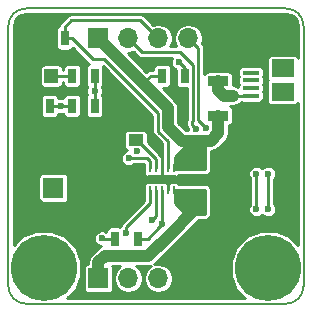
<source format=gbr>
G04 #@! TF.FileFunction,Copper,L1,Top,Signal*
%FSLAX46Y46*%
G04 Gerber Fmt 4.6, Leading zero omitted, Abs format (unit mm)*
G04 Created by KiCad (PCBNEW 4.0.5) date Sunday, 09. April 2017 'u43' 16:43:39*
%MOMM*%
%LPD*%
G01*
G04 APERTURE LIST*
%ADD10C,0.100000*%
%ADD11C,0.150000*%
%ADD12C,5.600000*%
%ADD13R,1.000000X1.600000*%
%ADD14R,1.250000X1.000000*%
%ADD15R,1.200000X1.200000*%
%ADD16C,1.450000*%
%ADD17R,1.350000X0.400000*%
%ADD18R,1.900000X1.500000*%
%ADD19O,1.900000X1.200000*%
%ADD20R,1.700000X1.700000*%
%ADD21O,1.700000X1.700000*%
%ADD22R,0.700000X1.300000*%
%ADD23R,0.250000X0.700000*%
%ADD24R,1.200000X0.640000*%
%ADD25R,1.700000X0.900000*%
%ADD26R,1.750000X1.750000*%
%ADD27C,1.750000*%
%ADD28C,0.600000*%
%ADD29C,0.250000*%
%ADD30C,1.000000*%
%ADD31C,0.254000*%
G04 APERTURE END LIST*
D10*
D11*
X113500000Y-135000000D02*
G75*
G03X115000000Y-133500000I0J1500000D01*
G01*
X90000000Y-133500000D02*
G75*
G03X91500000Y-135000000I1500000J0D01*
G01*
X115000000Y-111500000D02*
G75*
G03X113500000Y-110000000I-1500000J0D01*
G01*
X91500000Y-110000000D02*
G75*
G03X90000000Y-111500000I0J-1500000D01*
G01*
X113500000Y-135000000D02*
X91500000Y-135000000D01*
X115000000Y-111500000D02*
X115000000Y-133500000D01*
X91500000Y-110000000D02*
X113500000Y-110000000D01*
X90000000Y-133500000D02*
X90000000Y-111500000D01*
D12*
X112000000Y-132000000D03*
D13*
X106000000Y-122700000D03*
X109000000Y-122700000D03*
D14*
X100795000Y-121160000D03*
X100795000Y-119160000D03*
D13*
X106000000Y-126510000D03*
X109000000Y-126510000D03*
D15*
X93640000Y-115715000D03*
X91440000Y-115715000D03*
D16*
X110550000Y-113580000D03*
X110550000Y-118580000D03*
D17*
X110550000Y-117380000D03*
X110550000Y-116730000D03*
X110550000Y-116080000D03*
X110550000Y-115430000D03*
X110550000Y-114780000D03*
D18*
X113250000Y-117080000D03*
X113250000Y-115080000D03*
D19*
X113250000Y-112580000D03*
X113250000Y-119580000D03*
D18*
X113250000Y-119130000D03*
X113250000Y-113030000D03*
D20*
X97620000Y-112540000D03*
D21*
X100160000Y-112540000D03*
X102700000Y-112540000D03*
X105240000Y-112540000D03*
X107780000Y-112540000D03*
D20*
X97620000Y-132860000D03*
D21*
X100160000Y-132860000D03*
X102700000Y-132860000D03*
X105240000Y-132860000D03*
D22*
X104920000Y-115715000D03*
X103020000Y-115715000D03*
X94760000Y-112540000D03*
X92860000Y-112540000D03*
X97300000Y-115715000D03*
X95400000Y-115715000D03*
X99050000Y-129500000D03*
X100950000Y-129500000D03*
X97300000Y-118255000D03*
X95400000Y-118255000D03*
X93490000Y-118255000D03*
X91590000Y-118255000D03*
D23*
X104000000Y-123553000D03*
X103500000Y-123553000D03*
X103000000Y-123553000D03*
X102500000Y-123553000D03*
X102000000Y-123553000D03*
X102000000Y-125403000D03*
X102500000Y-125403000D03*
X103000000Y-125403000D03*
X103500000Y-125403000D03*
X104000000Y-125403000D03*
D24*
X102400000Y-124478000D03*
X103600000Y-124478000D03*
D12*
X93000000Y-132000000D03*
D25*
X107780000Y-116170000D03*
X107780000Y-119070000D03*
D26*
X93810000Y-125200000D03*
D27*
X93810000Y-122700000D03*
D28*
X91000000Y-121000000D03*
X91000000Y-125000000D03*
X91000000Y-129000000D03*
X109050000Y-125240000D03*
X109050000Y-123970000D03*
X101500000Y-124500000D03*
X104500000Y-124500000D03*
X102407000Y-124478000D03*
X103607000Y-124478000D03*
X104500000Y-117500000D03*
X100930000Y-122065000D03*
X97300000Y-116985000D03*
X104478052Y-114571948D03*
X111000000Y-127000000D03*
X102179286Y-127914612D03*
X111000000Y-124000000D03*
X105855919Y-120179081D03*
X100000000Y-129000000D03*
X97942200Y-129472929D03*
X103007000Y-128288748D03*
X112000000Y-127000000D03*
X112000000Y-124000000D03*
X106775380Y-120155390D03*
X94445000Y-118255000D03*
X100205002Y-122700000D03*
D29*
X91000000Y-119000000D02*
X91000000Y-117000000D01*
X91000000Y-123000000D02*
X91000000Y-121000000D01*
X91000000Y-125000000D02*
X91000000Y-123000000D01*
X91000000Y-127000000D02*
X91000000Y-125000000D01*
X91000000Y-129000000D02*
X91000000Y-127000000D01*
D30*
X104674999Y-121199999D02*
X105750000Y-121199999D01*
X105750000Y-121199999D02*
X107145000Y-121199999D01*
X106000000Y-122700000D02*
X106000000Y-121449999D01*
X106000000Y-121449999D02*
X105750000Y-121199999D01*
D29*
X104007000Y-123553000D02*
X105147000Y-123553000D01*
X105147000Y-123553000D02*
X106000000Y-122700000D01*
D30*
X107780000Y-120564999D02*
X107145000Y-121199999D01*
X107780000Y-119070000D02*
X107780000Y-120564999D01*
X102065000Y-116985000D02*
X101430000Y-116350000D01*
X101430000Y-116350000D02*
X97620000Y-112540000D01*
D29*
X103020000Y-115715000D02*
X102065000Y-115715000D01*
X102065000Y-115715000D02*
X101430000Y-116350000D01*
D30*
X103525010Y-118445010D02*
X102700000Y-117620000D01*
X102700000Y-117620000D02*
X102065000Y-116985000D01*
X107145000Y-121199999D02*
X106314999Y-121199999D01*
X104375000Y-120900000D02*
X104674999Y-121199999D01*
X104375000Y-120900000D02*
X103525010Y-120050010D01*
X103525010Y-120050010D02*
X103525010Y-118445010D01*
D29*
X109000000Y-126510000D02*
X109000000Y-125290000D01*
X109000000Y-125290000D02*
X109050000Y-125240000D01*
X109000000Y-122700000D02*
X109000000Y-123920000D01*
X109000000Y-123920000D02*
X109050000Y-123970000D01*
X91590000Y-118255000D02*
X91590000Y-119410000D01*
X91590000Y-119410000D02*
X91000000Y-120000000D01*
X102407000Y-124478000D02*
X101522000Y-124478000D01*
X101522000Y-124478000D02*
X101500000Y-124500000D01*
X103607000Y-124478000D02*
X104478000Y-124478000D01*
X104478000Y-124478000D02*
X104500000Y-124500000D01*
X103007000Y-123553000D02*
X103007000Y-124153000D01*
X103007000Y-124153000D02*
X102682000Y-124478000D01*
X102682000Y-124478000D02*
X102407000Y-124478000D01*
X103007000Y-124153000D02*
X103332000Y-124478000D01*
X103332000Y-124478000D02*
X103607000Y-124478000D01*
X103507000Y-125403000D02*
X103507000Y-124578000D01*
X103507000Y-124578000D02*
X103607000Y-124478000D01*
X103007000Y-121372000D02*
X100795000Y-119160000D01*
X103007000Y-123553000D02*
X103007000Y-121372000D01*
X101920000Y-120160000D02*
X100920000Y-119160000D01*
X100920000Y-119160000D02*
X100795000Y-119160000D01*
X102880000Y-124605000D02*
X103007000Y-124478000D01*
X102507000Y-123553000D02*
X102507000Y-122747000D01*
X102507000Y-122747000D02*
X100920000Y-121160000D01*
X100920000Y-121160000D02*
X100795000Y-121160000D01*
X97300000Y-116985000D02*
X97300000Y-118255000D01*
X97300000Y-115715000D02*
X97300000Y-116985000D01*
X97300000Y-118555000D02*
X97300000Y-118255000D01*
X100930000Y-121295000D02*
X100795000Y-121160000D01*
D30*
X101855000Y-130955000D02*
X98165000Y-130955000D01*
X98165000Y-130955000D02*
X97620000Y-131500000D01*
X97620000Y-131500000D02*
X97620000Y-132860000D01*
X102500000Y-130310000D02*
X103310000Y-129500000D01*
X103310000Y-129500000D02*
X106000000Y-126810000D01*
X101855000Y-130955000D02*
X103310000Y-129500000D01*
X102000000Y-130810000D02*
X102500000Y-130310000D01*
X102500000Y-130310000D02*
X101855000Y-130955000D01*
X106000000Y-126810000D02*
X106000000Y-126510000D01*
D29*
X104007000Y-125403000D02*
X105193000Y-125403000D01*
X105193000Y-125403000D02*
X106000000Y-126210000D01*
X106000000Y-126210000D02*
X106000000Y-126510000D01*
X95400000Y-115715000D02*
X93640000Y-115715000D01*
D30*
X107780000Y-116870000D02*
X107780000Y-116170000D01*
D29*
X110550000Y-117380000D02*
X109050000Y-117380000D01*
D30*
X109050000Y-117380000D02*
X108290000Y-117380000D01*
X108290000Y-117380000D02*
X107780000Y-116870000D01*
D29*
X104920000Y-115715000D02*
X104920000Y-115013896D01*
X104920000Y-115013896D02*
X104478052Y-114571948D01*
X111000000Y-127000000D02*
X111000000Y-124000000D01*
X102507000Y-127586898D02*
X102479285Y-127614613D01*
X102507000Y-125403000D02*
X102507000Y-127586898D01*
X102479285Y-127614613D02*
X102179286Y-127914612D01*
X105595001Y-114804999D02*
X105595001Y-119500000D01*
X105855919Y-120179081D02*
X105555920Y-119879082D01*
X105555920Y-119879082D02*
X105555920Y-119539081D01*
X105555920Y-119539081D02*
X105595001Y-119500000D01*
X100160000Y-112540000D02*
X101335001Y-113715001D01*
X101335001Y-113715001D02*
X104505003Y-113715001D01*
X104505003Y-113715001D02*
X105595001Y-114804999D01*
X102000000Y-126500000D02*
X100000000Y-128500000D01*
X100000000Y-128500000D02*
X100000000Y-129000000D01*
X102000000Y-125628000D02*
X102000000Y-126500000D01*
X102000000Y-125403000D02*
X102000000Y-125628000D01*
X99050000Y-129500000D02*
X97969271Y-129500000D01*
X97969271Y-129500000D02*
X97942200Y-129472929D01*
X103507000Y-122953000D02*
X103507000Y-123553000D01*
X103507000Y-121235590D02*
X103507000Y-122953000D01*
X102700000Y-120428590D02*
X103507000Y-121235590D01*
X102700000Y-118890000D02*
X102700000Y-120428590D01*
X97138000Y-114318000D02*
X98128000Y-114318000D01*
X98128000Y-114318000D02*
X102700000Y-118890000D01*
X95360000Y-112540000D02*
X97138000Y-114318000D01*
X94760000Y-112540000D02*
X95360000Y-112540000D01*
X95334000Y-111016000D02*
X94760000Y-111590000D01*
X94760000Y-111590000D02*
X94760000Y-112540000D01*
X96985000Y-111016000D02*
X95334000Y-111016000D01*
X101176000Y-111016000D02*
X96985000Y-111016000D01*
X102700000Y-112540000D02*
X101176000Y-111016000D01*
X103007000Y-125403000D02*
X103007000Y-127000000D01*
X103007000Y-127000000D02*
X103007000Y-128288748D01*
X100950000Y-129500000D02*
X101795748Y-129500000D01*
X101795748Y-129500000D02*
X102756126Y-128539622D01*
X112000000Y-127000000D02*
X112000000Y-124000000D01*
X103007000Y-128288748D02*
X102756126Y-128539622D01*
X106089999Y-119470009D02*
X106475381Y-119855391D01*
X106089999Y-113389999D02*
X106089999Y-119470009D01*
X105240000Y-112540000D02*
X106089999Y-113389999D01*
X106475381Y-119855391D02*
X106775380Y-120155390D01*
X102007000Y-123553000D02*
X102007000Y-122953000D01*
X102007000Y-122953000D02*
X101754000Y-122700000D01*
X101754000Y-122700000D02*
X100629266Y-122700000D01*
X100629266Y-122700000D02*
X100205002Y-122700000D01*
X95400000Y-118255000D02*
X94445000Y-118255000D01*
X94445000Y-118255000D02*
X93490000Y-118255000D01*
D31*
G36*
X113896103Y-110543723D02*
X114231902Y-110768098D01*
X114456277Y-111103897D01*
X114544000Y-111544913D01*
X114544000Y-114160997D01*
X114478454Y-114059135D01*
X114351134Y-113972141D01*
X114200000Y-113941536D01*
X112300000Y-113941536D01*
X112158810Y-113968103D01*
X112029135Y-114051546D01*
X111942141Y-114178866D01*
X111911536Y-114330000D01*
X111911536Y-115830000D01*
X111938103Y-115971190D01*
X112008883Y-116081186D01*
X111942141Y-116178866D01*
X111911536Y-116330000D01*
X111911536Y-117830000D01*
X111938103Y-117971190D01*
X112021546Y-118100865D01*
X112148866Y-118187859D01*
X112300000Y-118218464D01*
X114200000Y-118218464D01*
X114341190Y-118191897D01*
X114470865Y-118108454D01*
X114544000Y-118001417D01*
X114544000Y-130045900D01*
X113804244Y-129304852D01*
X112635516Y-128819554D01*
X111370036Y-128818450D01*
X110200463Y-129301707D01*
X109304852Y-130195756D01*
X108819554Y-131364484D01*
X108818450Y-132629964D01*
X109301707Y-133799537D01*
X110044872Y-134544000D01*
X94954100Y-134544000D01*
X95695148Y-133804244D01*
X96180446Y-132635516D01*
X96180991Y-132010000D01*
X96381536Y-132010000D01*
X96381536Y-133710000D01*
X96408103Y-133851190D01*
X96491546Y-133980865D01*
X96618866Y-134067859D01*
X96770000Y-134098464D01*
X98470000Y-134098464D01*
X98611190Y-134071897D01*
X98740865Y-133988454D01*
X98827859Y-133861134D01*
X98858464Y-133710000D01*
X98858464Y-132010000D01*
X98831897Y-131868810D01*
X98810784Y-131836000D01*
X99483265Y-131836000D01*
X99289552Y-131965435D01*
X99022704Y-132364800D01*
X98929000Y-132835883D01*
X98929000Y-132884117D01*
X99022704Y-133355200D01*
X99289552Y-133754565D01*
X99688917Y-134021413D01*
X100160000Y-134115117D01*
X100631083Y-134021413D01*
X101030448Y-133754565D01*
X101297296Y-133355200D01*
X101391000Y-132884117D01*
X101391000Y-132835883D01*
X101297296Y-132364800D01*
X101030448Y-131965435D01*
X100836735Y-131836000D01*
X101855000Y-131836000D01*
X102094588Y-131788343D01*
X101829552Y-131965435D01*
X101562704Y-132364800D01*
X101469000Y-132835883D01*
X101469000Y-132884117D01*
X101562704Y-133355200D01*
X101829552Y-133754565D01*
X102228917Y-134021413D01*
X102700000Y-134115117D01*
X103171083Y-134021413D01*
X103570448Y-133754565D01*
X103837296Y-133355200D01*
X103931000Y-132884117D01*
X103931000Y-132835883D01*
X103837296Y-132364800D01*
X103570448Y-131965435D01*
X103171083Y-131698587D01*
X102700000Y-131604883D01*
X102326473Y-131679182D01*
X102477961Y-131577961D01*
X106174922Y-127881000D01*
X106750000Y-127881000D01*
X106888477Y-127854944D01*
X107015660Y-127773104D01*
X107100983Y-127648230D01*
X107131000Y-127500000D01*
X107131000Y-125250000D01*
X107104944Y-125111523D01*
X107023104Y-124984340D01*
X106898230Y-124899017D01*
X106750000Y-124869000D01*
X104459350Y-124869000D01*
X104403454Y-124782135D01*
X104276134Y-124695141D01*
X104125000Y-124664536D01*
X103875000Y-124664536D01*
X103733810Y-124691103D01*
X103604135Y-124774546D01*
X103517141Y-124901866D01*
X103500494Y-124984072D01*
X103486897Y-124911810D01*
X103403454Y-124782135D01*
X103276134Y-124695141D01*
X103125000Y-124664536D01*
X102875000Y-124664536D01*
X102745412Y-124688920D01*
X102625000Y-124664536D01*
X102375000Y-124664536D01*
X102245412Y-124688920D01*
X102125000Y-124664536D01*
X101875000Y-124664536D01*
X101733810Y-124691103D01*
X101604135Y-124774546D01*
X101517141Y-124901866D01*
X101486536Y-125053000D01*
X101486536Y-125753000D01*
X101494000Y-125792667D01*
X101494000Y-126290408D01*
X99642204Y-128142204D01*
X99532517Y-128306362D01*
X99497715Y-128481324D01*
X99400000Y-128461536D01*
X98700000Y-128461536D01*
X98558810Y-128488103D01*
X98429135Y-128571546D01*
X98342141Y-128698866D01*
X98311536Y-128850000D01*
X98311536Y-128888915D01*
X98078254Y-128792047D01*
X97807335Y-128791811D01*
X97556948Y-128895268D01*
X97365213Y-129086670D01*
X97261318Y-129336875D01*
X97261082Y-129607794D01*
X97364539Y-129858181D01*
X97555941Y-130049916D01*
X97806146Y-130153811D01*
X97808771Y-130153813D01*
X97542039Y-130332039D01*
X96997039Y-130877039D01*
X96806062Y-131162856D01*
X96739000Y-131500000D01*
X96739000Y-131627369D01*
X96628810Y-131648103D01*
X96499135Y-131731546D01*
X96412141Y-131858866D01*
X96381536Y-132010000D01*
X96180991Y-132010000D01*
X96181550Y-131370036D01*
X95698293Y-130200463D01*
X94804244Y-129304852D01*
X93635516Y-128819554D01*
X92370036Y-128818450D01*
X91200463Y-129301707D01*
X90456000Y-130044872D01*
X90456000Y-124325000D01*
X92546536Y-124325000D01*
X92546536Y-126075000D01*
X92573103Y-126216190D01*
X92656546Y-126345865D01*
X92783866Y-126432859D01*
X92935000Y-126463464D01*
X94685000Y-126463464D01*
X94826190Y-126436897D01*
X94955865Y-126353454D01*
X95042859Y-126226134D01*
X95073464Y-126075000D01*
X95073464Y-124325000D01*
X95046897Y-124183810D01*
X94963454Y-124054135D01*
X94836134Y-123967141D01*
X94685000Y-123936536D01*
X92935000Y-123936536D01*
X92793810Y-123963103D01*
X92664135Y-124046546D01*
X92577141Y-124173866D01*
X92546536Y-124325000D01*
X90456000Y-124325000D01*
X90456000Y-117605000D01*
X92751536Y-117605000D01*
X92751536Y-118905000D01*
X92778103Y-119046190D01*
X92861546Y-119175865D01*
X92988866Y-119262859D01*
X93140000Y-119293464D01*
X93840000Y-119293464D01*
X93981190Y-119266897D01*
X94110865Y-119183454D01*
X94197859Y-119056134D01*
X94228464Y-118905000D01*
X94228464Y-118902463D01*
X94308946Y-118935882D01*
X94579865Y-118936118D01*
X94661536Y-118902372D01*
X94661536Y-118905000D01*
X94688103Y-119046190D01*
X94771546Y-119175865D01*
X94898866Y-119262859D01*
X95050000Y-119293464D01*
X95750000Y-119293464D01*
X95891190Y-119266897D01*
X96020865Y-119183454D01*
X96107859Y-119056134D01*
X96138464Y-118905000D01*
X96138464Y-117605000D01*
X96111897Y-117463810D01*
X96028454Y-117334135D01*
X95901134Y-117247141D01*
X95750000Y-117216536D01*
X95050000Y-117216536D01*
X94908810Y-117243103D01*
X94779135Y-117326546D01*
X94692141Y-117453866D01*
X94661536Y-117605000D01*
X94661536Y-117607537D01*
X94581054Y-117574118D01*
X94310135Y-117573882D01*
X94228464Y-117607628D01*
X94228464Y-117605000D01*
X94201897Y-117463810D01*
X94118454Y-117334135D01*
X93991134Y-117247141D01*
X93840000Y-117216536D01*
X93140000Y-117216536D01*
X92998810Y-117243103D01*
X92869135Y-117326546D01*
X92782141Y-117453866D01*
X92751536Y-117605000D01*
X90456000Y-117605000D01*
X90456000Y-115115000D01*
X92651536Y-115115000D01*
X92651536Y-116315000D01*
X92678103Y-116456190D01*
X92761546Y-116585865D01*
X92888866Y-116672859D01*
X93040000Y-116703464D01*
X94240000Y-116703464D01*
X94381190Y-116676897D01*
X94510865Y-116593454D01*
X94597859Y-116466134D01*
X94628464Y-116315000D01*
X94628464Y-116221000D01*
X94661536Y-116221000D01*
X94661536Y-116365000D01*
X94688103Y-116506190D01*
X94771546Y-116635865D01*
X94898866Y-116722859D01*
X95050000Y-116753464D01*
X95750000Y-116753464D01*
X95891190Y-116726897D01*
X96020865Y-116643454D01*
X96107859Y-116516134D01*
X96138464Y-116365000D01*
X96138464Y-115065000D01*
X96111897Y-114923810D01*
X96028454Y-114794135D01*
X95901134Y-114707141D01*
X95750000Y-114676536D01*
X95050000Y-114676536D01*
X94908810Y-114703103D01*
X94779135Y-114786546D01*
X94692141Y-114913866D01*
X94661536Y-115065000D01*
X94661536Y-115209000D01*
X94628464Y-115209000D01*
X94628464Y-115115000D01*
X94601897Y-114973810D01*
X94518454Y-114844135D01*
X94391134Y-114757141D01*
X94240000Y-114726536D01*
X93040000Y-114726536D01*
X92898810Y-114753103D01*
X92769135Y-114836546D01*
X92682141Y-114963866D01*
X92651536Y-115115000D01*
X90456000Y-115115000D01*
X90456000Y-111890000D01*
X94021536Y-111890000D01*
X94021536Y-113190000D01*
X94048103Y-113331190D01*
X94131546Y-113460865D01*
X94258866Y-113547859D01*
X94410000Y-113578464D01*
X95110000Y-113578464D01*
X95251190Y-113551897D01*
X95380865Y-113468454D01*
X95458800Y-113354392D01*
X96780204Y-114675796D01*
X96818377Y-114701303D01*
X96808810Y-114703103D01*
X96679135Y-114786546D01*
X96592141Y-114913866D01*
X96561536Y-115065000D01*
X96561536Y-116365000D01*
X96588103Y-116506190D01*
X96671546Y-116635865D01*
X96699630Y-116655054D01*
X96619118Y-116848946D01*
X96618882Y-117119865D01*
X96698999Y-117313764D01*
X96679135Y-117326546D01*
X96592141Y-117453866D01*
X96561536Y-117605000D01*
X96561536Y-118905000D01*
X96588103Y-119046190D01*
X96671546Y-119175865D01*
X96798866Y-119262859D01*
X96950000Y-119293464D01*
X97650000Y-119293464D01*
X97791190Y-119266897D01*
X97920865Y-119183454D01*
X98007859Y-119056134D01*
X98038464Y-118905000D01*
X98038464Y-117605000D01*
X98011897Y-117463810D01*
X97928454Y-117334135D01*
X97900370Y-117314946D01*
X97980882Y-117121054D01*
X97981118Y-116850135D01*
X97901001Y-116656236D01*
X97920865Y-116643454D01*
X98007859Y-116516134D01*
X98038464Y-116365000D01*
X98038464Y-115065000D01*
X98011897Y-114923810D01*
X98000488Y-114906080D01*
X102194000Y-119099592D01*
X102194000Y-120428590D01*
X102232517Y-120622228D01*
X102342204Y-120786386D01*
X103001000Y-121445182D01*
X103001000Y-122686672D01*
X102974483Y-122553362D01*
X102864796Y-122389204D01*
X101808464Y-121332872D01*
X101808464Y-120660000D01*
X101781897Y-120518810D01*
X101698454Y-120389135D01*
X101571134Y-120302141D01*
X101420000Y-120271536D01*
X100170000Y-120271536D01*
X100028810Y-120298103D01*
X99899135Y-120381546D01*
X99812141Y-120508866D01*
X99781536Y-120660000D01*
X99781536Y-121660000D01*
X99808103Y-121801190D01*
X99891546Y-121930865D01*
X100018866Y-122017859D01*
X100054935Y-122025163D01*
X99819750Y-122122339D01*
X99628015Y-122313741D01*
X99524120Y-122563946D01*
X99523884Y-122834865D01*
X99627341Y-123085252D01*
X99818743Y-123276987D01*
X100068948Y-123380882D01*
X100339867Y-123381118D01*
X100590254Y-123277661D01*
X100662040Y-123206000D01*
X101486536Y-123206000D01*
X101486536Y-123903000D01*
X101513103Y-124044190D01*
X101596546Y-124173865D01*
X101723866Y-124260859D01*
X101875000Y-124291464D01*
X102125000Y-124291464D01*
X102254588Y-124267080D01*
X102375000Y-124291464D01*
X102625000Y-124291464D01*
X102766190Y-124264897D01*
X102895865Y-124181454D01*
X102982859Y-124054134D01*
X102999506Y-123971928D01*
X103013103Y-124044190D01*
X103096546Y-124173865D01*
X103223866Y-124260859D01*
X103375000Y-124291464D01*
X103625000Y-124291464D01*
X103754588Y-124267080D01*
X103875000Y-124291464D01*
X104125000Y-124291464D01*
X104266190Y-124264897D01*
X104395865Y-124181454D01*
X104427698Y-124134865D01*
X110318882Y-124134865D01*
X110422339Y-124385252D01*
X110494000Y-124457038D01*
X110494000Y-126542877D01*
X110423013Y-126613741D01*
X110319118Y-126863946D01*
X110318882Y-127134865D01*
X110422339Y-127385252D01*
X110613741Y-127576987D01*
X110863946Y-127680882D01*
X111134865Y-127681118D01*
X111385252Y-127577661D01*
X111500032Y-127463080D01*
X111613741Y-127576987D01*
X111863946Y-127680882D01*
X112134865Y-127681118D01*
X112385252Y-127577661D01*
X112576987Y-127386259D01*
X112680882Y-127136054D01*
X112681118Y-126865135D01*
X112577661Y-126614748D01*
X112506000Y-126542962D01*
X112506000Y-124457123D01*
X112576987Y-124386259D01*
X112680882Y-124136054D01*
X112681118Y-123865135D01*
X112577661Y-123614748D01*
X112386259Y-123423013D01*
X112136054Y-123319118D01*
X111865135Y-123318882D01*
X111614748Y-123422339D01*
X111499968Y-123536920D01*
X111386259Y-123423013D01*
X111136054Y-123319118D01*
X110865135Y-123318882D01*
X110614748Y-123422339D01*
X110423013Y-123613741D01*
X110319118Y-123863946D01*
X110318882Y-124134865D01*
X104427698Y-124134865D01*
X104430339Y-124131000D01*
X106750000Y-124131000D01*
X106888477Y-124104944D01*
X107015660Y-124023104D01*
X107100983Y-123898230D01*
X107131000Y-123750000D01*
X107131000Y-122080999D01*
X107145000Y-122080999D01*
X107482144Y-122013937D01*
X107767961Y-121822960D01*
X108402961Y-121187960D01*
X108593938Y-120902143D01*
X108661000Y-120564999D01*
X108661000Y-119902631D01*
X108771190Y-119881897D01*
X108900865Y-119798454D01*
X108987859Y-119671134D01*
X109018464Y-119520000D01*
X109018464Y-118620000D01*
X108991897Y-118478810D01*
X108908454Y-118349135D01*
X108781134Y-118262141D01*
X108775499Y-118261000D01*
X109050000Y-118261000D01*
X109387144Y-118193938D01*
X109672961Y-118002961D01*
X109718782Y-117934385D01*
X109723866Y-117937859D01*
X109875000Y-117968464D01*
X111225000Y-117968464D01*
X111366190Y-117941897D01*
X111495865Y-117858454D01*
X111582859Y-117731134D01*
X111613464Y-117580000D01*
X111613464Y-117180000D01*
X111589080Y-117050412D01*
X111613464Y-116930000D01*
X111613464Y-116530000D01*
X111589080Y-116400412D01*
X111613464Y-116280000D01*
X111613464Y-115880000D01*
X111589080Y-115750412D01*
X111613464Y-115630000D01*
X111613464Y-115230000D01*
X111586897Y-115088810D01*
X111503454Y-114959135D01*
X111376134Y-114872141D01*
X111225000Y-114841536D01*
X109875000Y-114841536D01*
X109733810Y-114868103D01*
X109604135Y-114951546D01*
X109517141Y-115078866D01*
X109486536Y-115230000D01*
X109486536Y-115630000D01*
X109510920Y-115759588D01*
X109486536Y-115880000D01*
X109486536Y-116280000D01*
X109510920Y-116409588D01*
X109486536Y-116530000D01*
X109486536Y-116632474D01*
X109387144Y-116566062D01*
X109050000Y-116499000D01*
X109018464Y-116499000D01*
X109018464Y-115720000D01*
X108991897Y-115578810D01*
X108908454Y-115449135D01*
X108781134Y-115362141D01*
X108630000Y-115331536D01*
X107993843Y-115331536D01*
X107780000Y-115289000D01*
X107566157Y-115331536D01*
X106930000Y-115331536D01*
X106788810Y-115358103D01*
X106659135Y-115441546D01*
X106595999Y-115533949D01*
X106595999Y-113389999D01*
X106557482Y-113196361D01*
X106447795Y-113032203D01*
X106389490Y-112973898D01*
X106471000Y-112564117D01*
X106471000Y-112515883D01*
X106377296Y-112044800D01*
X106110448Y-111645435D01*
X105711083Y-111378587D01*
X105240000Y-111284883D01*
X104768917Y-111378587D01*
X104369552Y-111645435D01*
X104102704Y-112044800D01*
X104009000Y-112515883D01*
X104009000Y-112564117D01*
X104102704Y-113035200D01*
X104218834Y-113209001D01*
X103721166Y-113209001D01*
X103837296Y-113035200D01*
X103931000Y-112564117D01*
X103931000Y-112515883D01*
X103837296Y-112044800D01*
X103570448Y-111645435D01*
X103171083Y-111378587D01*
X102700000Y-111284883D01*
X102249988Y-111374396D01*
X101533796Y-110658204D01*
X101369638Y-110548517D01*
X101176000Y-110510000D01*
X95334000Y-110510000D01*
X95140362Y-110548517D01*
X94976204Y-110658204D01*
X94402204Y-111232204D01*
X94292517Y-111396362D01*
X94265945Y-111529946D01*
X94139135Y-111611546D01*
X94052141Y-111738866D01*
X94021536Y-111890000D01*
X90456000Y-111890000D01*
X90456000Y-111544912D01*
X90543723Y-111103897D01*
X90768098Y-110768098D01*
X91103897Y-110543723D01*
X91544913Y-110456000D01*
X113455088Y-110456000D01*
X113896103Y-110543723D01*
X113896103Y-110543723D01*
G37*
X113896103Y-110543723D02*
X114231902Y-110768098D01*
X114456277Y-111103897D01*
X114544000Y-111544913D01*
X114544000Y-114160997D01*
X114478454Y-114059135D01*
X114351134Y-113972141D01*
X114200000Y-113941536D01*
X112300000Y-113941536D01*
X112158810Y-113968103D01*
X112029135Y-114051546D01*
X111942141Y-114178866D01*
X111911536Y-114330000D01*
X111911536Y-115830000D01*
X111938103Y-115971190D01*
X112008883Y-116081186D01*
X111942141Y-116178866D01*
X111911536Y-116330000D01*
X111911536Y-117830000D01*
X111938103Y-117971190D01*
X112021546Y-118100865D01*
X112148866Y-118187859D01*
X112300000Y-118218464D01*
X114200000Y-118218464D01*
X114341190Y-118191897D01*
X114470865Y-118108454D01*
X114544000Y-118001417D01*
X114544000Y-130045900D01*
X113804244Y-129304852D01*
X112635516Y-128819554D01*
X111370036Y-128818450D01*
X110200463Y-129301707D01*
X109304852Y-130195756D01*
X108819554Y-131364484D01*
X108818450Y-132629964D01*
X109301707Y-133799537D01*
X110044872Y-134544000D01*
X94954100Y-134544000D01*
X95695148Y-133804244D01*
X96180446Y-132635516D01*
X96180991Y-132010000D01*
X96381536Y-132010000D01*
X96381536Y-133710000D01*
X96408103Y-133851190D01*
X96491546Y-133980865D01*
X96618866Y-134067859D01*
X96770000Y-134098464D01*
X98470000Y-134098464D01*
X98611190Y-134071897D01*
X98740865Y-133988454D01*
X98827859Y-133861134D01*
X98858464Y-133710000D01*
X98858464Y-132010000D01*
X98831897Y-131868810D01*
X98810784Y-131836000D01*
X99483265Y-131836000D01*
X99289552Y-131965435D01*
X99022704Y-132364800D01*
X98929000Y-132835883D01*
X98929000Y-132884117D01*
X99022704Y-133355200D01*
X99289552Y-133754565D01*
X99688917Y-134021413D01*
X100160000Y-134115117D01*
X100631083Y-134021413D01*
X101030448Y-133754565D01*
X101297296Y-133355200D01*
X101391000Y-132884117D01*
X101391000Y-132835883D01*
X101297296Y-132364800D01*
X101030448Y-131965435D01*
X100836735Y-131836000D01*
X101855000Y-131836000D01*
X102094588Y-131788343D01*
X101829552Y-131965435D01*
X101562704Y-132364800D01*
X101469000Y-132835883D01*
X101469000Y-132884117D01*
X101562704Y-133355200D01*
X101829552Y-133754565D01*
X102228917Y-134021413D01*
X102700000Y-134115117D01*
X103171083Y-134021413D01*
X103570448Y-133754565D01*
X103837296Y-133355200D01*
X103931000Y-132884117D01*
X103931000Y-132835883D01*
X103837296Y-132364800D01*
X103570448Y-131965435D01*
X103171083Y-131698587D01*
X102700000Y-131604883D01*
X102326473Y-131679182D01*
X102477961Y-131577961D01*
X106174922Y-127881000D01*
X106750000Y-127881000D01*
X106888477Y-127854944D01*
X107015660Y-127773104D01*
X107100983Y-127648230D01*
X107131000Y-127500000D01*
X107131000Y-125250000D01*
X107104944Y-125111523D01*
X107023104Y-124984340D01*
X106898230Y-124899017D01*
X106750000Y-124869000D01*
X104459350Y-124869000D01*
X104403454Y-124782135D01*
X104276134Y-124695141D01*
X104125000Y-124664536D01*
X103875000Y-124664536D01*
X103733810Y-124691103D01*
X103604135Y-124774546D01*
X103517141Y-124901866D01*
X103500494Y-124984072D01*
X103486897Y-124911810D01*
X103403454Y-124782135D01*
X103276134Y-124695141D01*
X103125000Y-124664536D01*
X102875000Y-124664536D01*
X102745412Y-124688920D01*
X102625000Y-124664536D01*
X102375000Y-124664536D01*
X102245412Y-124688920D01*
X102125000Y-124664536D01*
X101875000Y-124664536D01*
X101733810Y-124691103D01*
X101604135Y-124774546D01*
X101517141Y-124901866D01*
X101486536Y-125053000D01*
X101486536Y-125753000D01*
X101494000Y-125792667D01*
X101494000Y-126290408D01*
X99642204Y-128142204D01*
X99532517Y-128306362D01*
X99497715Y-128481324D01*
X99400000Y-128461536D01*
X98700000Y-128461536D01*
X98558810Y-128488103D01*
X98429135Y-128571546D01*
X98342141Y-128698866D01*
X98311536Y-128850000D01*
X98311536Y-128888915D01*
X98078254Y-128792047D01*
X97807335Y-128791811D01*
X97556948Y-128895268D01*
X97365213Y-129086670D01*
X97261318Y-129336875D01*
X97261082Y-129607794D01*
X97364539Y-129858181D01*
X97555941Y-130049916D01*
X97806146Y-130153811D01*
X97808771Y-130153813D01*
X97542039Y-130332039D01*
X96997039Y-130877039D01*
X96806062Y-131162856D01*
X96739000Y-131500000D01*
X96739000Y-131627369D01*
X96628810Y-131648103D01*
X96499135Y-131731546D01*
X96412141Y-131858866D01*
X96381536Y-132010000D01*
X96180991Y-132010000D01*
X96181550Y-131370036D01*
X95698293Y-130200463D01*
X94804244Y-129304852D01*
X93635516Y-128819554D01*
X92370036Y-128818450D01*
X91200463Y-129301707D01*
X90456000Y-130044872D01*
X90456000Y-124325000D01*
X92546536Y-124325000D01*
X92546536Y-126075000D01*
X92573103Y-126216190D01*
X92656546Y-126345865D01*
X92783866Y-126432859D01*
X92935000Y-126463464D01*
X94685000Y-126463464D01*
X94826190Y-126436897D01*
X94955865Y-126353454D01*
X95042859Y-126226134D01*
X95073464Y-126075000D01*
X95073464Y-124325000D01*
X95046897Y-124183810D01*
X94963454Y-124054135D01*
X94836134Y-123967141D01*
X94685000Y-123936536D01*
X92935000Y-123936536D01*
X92793810Y-123963103D01*
X92664135Y-124046546D01*
X92577141Y-124173866D01*
X92546536Y-124325000D01*
X90456000Y-124325000D01*
X90456000Y-117605000D01*
X92751536Y-117605000D01*
X92751536Y-118905000D01*
X92778103Y-119046190D01*
X92861546Y-119175865D01*
X92988866Y-119262859D01*
X93140000Y-119293464D01*
X93840000Y-119293464D01*
X93981190Y-119266897D01*
X94110865Y-119183454D01*
X94197859Y-119056134D01*
X94228464Y-118905000D01*
X94228464Y-118902463D01*
X94308946Y-118935882D01*
X94579865Y-118936118D01*
X94661536Y-118902372D01*
X94661536Y-118905000D01*
X94688103Y-119046190D01*
X94771546Y-119175865D01*
X94898866Y-119262859D01*
X95050000Y-119293464D01*
X95750000Y-119293464D01*
X95891190Y-119266897D01*
X96020865Y-119183454D01*
X96107859Y-119056134D01*
X96138464Y-118905000D01*
X96138464Y-117605000D01*
X96111897Y-117463810D01*
X96028454Y-117334135D01*
X95901134Y-117247141D01*
X95750000Y-117216536D01*
X95050000Y-117216536D01*
X94908810Y-117243103D01*
X94779135Y-117326546D01*
X94692141Y-117453866D01*
X94661536Y-117605000D01*
X94661536Y-117607537D01*
X94581054Y-117574118D01*
X94310135Y-117573882D01*
X94228464Y-117607628D01*
X94228464Y-117605000D01*
X94201897Y-117463810D01*
X94118454Y-117334135D01*
X93991134Y-117247141D01*
X93840000Y-117216536D01*
X93140000Y-117216536D01*
X92998810Y-117243103D01*
X92869135Y-117326546D01*
X92782141Y-117453866D01*
X92751536Y-117605000D01*
X90456000Y-117605000D01*
X90456000Y-115115000D01*
X92651536Y-115115000D01*
X92651536Y-116315000D01*
X92678103Y-116456190D01*
X92761546Y-116585865D01*
X92888866Y-116672859D01*
X93040000Y-116703464D01*
X94240000Y-116703464D01*
X94381190Y-116676897D01*
X94510865Y-116593454D01*
X94597859Y-116466134D01*
X94628464Y-116315000D01*
X94628464Y-116221000D01*
X94661536Y-116221000D01*
X94661536Y-116365000D01*
X94688103Y-116506190D01*
X94771546Y-116635865D01*
X94898866Y-116722859D01*
X95050000Y-116753464D01*
X95750000Y-116753464D01*
X95891190Y-116726897D01*
X96020865Y-116643454D01*
X96107859Y-116516134D01*
X96138464Y-116365000D01*
X96138464Y-115065000D01*
X96111897Y-114923810D01*
X96028454Y-114794135D01*
X95901134Y-114707141D01*
X95750000Y-114676536D01*
X95050000Y-114676536D01*
X94908810Y-114703103D01*
X94779135Y-114786546D01*
X94692141Y-114913866D01*
X94661536Y-115065000D01*
X94661536Y-115209000D01*
X94628464Y-115209000D01*
X94628464Y-115115000D01*
X94601897Y-114973810D01*
X94518454Y-114844135D01*
X94391134Y-114757141D01*
X94240000Y-114726536D01*
X93040000Y-114726536D01*
X92898810Y-114753103D01*
X92769135Y-114836546D01*
X92682141Y-114963866D01*
X92651536Y-115115000D01*
X90456000Y-115115000D01*
X90456000Y-111890000D01*
X94021536Y-111890000D01*
X94021536Y-113190000D01*
X94048103Y-113331190D01*
X94131546Y-113460865D01*
X94258866Y-113547859D01*
X94410000Y-113578464D01*
X95110000Y-113578464D01*
X95251190Y-113551897D01*
X95380865Y-113468454D01*
X95458800Y-113354392D01*
X96780204Y-114675796D01*
X96818377Y-114701303D01*
X96808810Y-114703103D01*
X96679135Y-114786546D01*
X96592141Y-114913866D01*
X96561536Y-115065000D01*
X96561536Y-116365000D01*
X96588103Y-116506190D01*
X96671546Y-116635865D01*
X96699630Y-116655054D01*
X96619118Y-116848946D01*
X96618882Y-117119865D01*
X96698999Y-117313764D01*
X96679135Y-117326546D01*
X96592141Y-117453866D01*
X96561536Y-117605000D01*
X96561536Y-118905000D01*
X96588103Y-119046190D01*
X96671546Y-119175865D01*
X96798866Y-119262859D01*
X96950000Y-119293464D01*
X97650000Y-119293464D01*
X97791190Y-119266897D01*
X97920865Y-119183454D01*
X98007859Y-119056134D01*
X98038464Y-118905000D01*
X98038464Y-117605000D01*
X98011897Y-117463810D01*
X97928454Y-117334135D01*
X97900370Y-117314946D01*
X97980882Y-117121054D01*
X97981118Y-116850135D01*
X97901001Y-116656236D01*
X97920865Y-116643454D01*
X98007859Y-116516134D01*
X98038464Y-116365000D01*
X98038464Y-115065000D01*
X98011897Y-114923810D01*
X98000488Y-114906080D01*
X102194000Y-119099592D01*
X102194000Y-120428590D01*
X102232517Y-120622228D01*
X102342204Y-120786386D01*
X103001000Y-121445182D01*
X103001000Y-122686672D01*
X102974483Y-122553362D01*
X102864796Y-122389204D01*
X101808464Y-121332872D01*
X101808464Y-120660000D01*
X101781897Y-120518810D01*
X101698454Y-120389135D01*
X101571134Y-120302141D01*
X101420000Y-120271536D01*
X100170000Y-120271536D01*
X100028810Y-120298103D01*
X99899135Y-120381546D01*
X99812141Y-120508866D01*
X99781536Y-120660000D01*
X99781536Y-121660000D01*
X99808103Y-121801190D01*
X99891546Y-121930865D01*
X100018866Y-122017859D01*
X100054935Y-122025163D01*
X99819750Y-122122339D01*
X99628015Y-122313741D01*
X99524120Y-122563946D01*
X99523884Y-122834865D01*
X99627341Y-123085252D01*
X99818743Y-123276987D01*
X100068948Y-123380882D01*
X100339867Y-123381118D01*
X100590254Y-123277661D01*
X100662040Y-123206000D01*
X101486536Y-123206000D01*
X101486536Y-123903000D01*
X101513103Y-124044190D01*
X101596546Y-124173865D01*
X101723866Y-124260859D01*
X101875000Y-124291464D01*
X102125000Y-124291464D01*
X102254588Y-124267080D01*
X102375000Y-124291464D01*
X102625000Y-124291464D01*
X102766190Y-124264897D01*
X102895865Y-124181454D01*
X102982859Y-124054134D01*
X102999506Y-123971928D01*
X103013103Y-124044190D01*
X103096546Y-124173865D01*
X103223866Y-124260859D01*
X103375000Y-124291464D01*
X103625000Y-124291464D01*
X103754588Y-124267080D01*
X103875000Y-124291464D01*
X104125000Y-124291464D01*
X104266190Y-124264897D01*
X104395865Y-124181454D01*
X104427698Y-124134865D01*
X110318882Y-124134865D01*
X110422339Y-124385252D01*
X110494000Y-124457038D01*
X110494000Y-126542877D01*
X110423013Y-126613741D01*
X110319118Y-126863946D01*
X110318882Y-127134865D01*
X110422339Y-127385252D01*
X110613741Y-127576987D01*
X110863946Y-127680882D01*
X111134865Y-127681118D01*
X111385252Y-127577661D01*
X111500032Y-127463080D01*
X111613741Y-127576987D01*
X111863946Y-127680882D01*
X112134865Y-127681118D01*
X112385252Y-127577661D01*
X112576987Y-127386259D01*
X112680882Y-127136054D01*
X112681118Y-126865135D01*
X112577661Y-126614748D01*
X112506000Y-126542962D01*
X112506000Y-124457123D01*
X112576987Y-124386259D01*
X112680882Y-124136054D01*
X112681118Y-123865135D01*
X112577661Y-123614748D01*
X112386259Y-123423013D01*
X112136054Y-123319118D01*
X111865135Y-123318882D01*
X111614748Y-123422339D01*
X111499968Y-123536920D01*
X111386259Y-123423013D01*
X111136054Y-123319118D01*
X110865135Y-123318882D01*
X110614748Y-123422339D01*
X110423013Y-123613741D01*
X110319118Y-123863946D01*
X110318882Y-124134865D01*
X104427698Y-124134865D01*
X104430339Y-124131000D01*
X106750000Y-124131000D01*
X106888477Y-124104944D01*
X107015660Y-124023104D01*
X107100983Y-123898230D01*
X107131000Y-123750000D01*
X107131000Y-122080999D01*
X107145000Y-122080999D01*
X107482144Y-122013937D01*
X107767961Y-121822960D01*
X108402961Y-121187960D01*
X108593938Y-120902143D01*
X108661000Y-120564999D01*
X108661000Y-119902631D01*
X108771190Y-119881897D01*
X108900865Y-119798454D01*
X108987859Y-119671134D01*
X109018464Y-119520000D01*
X109018464Y-118620000D01*
X108991897Y-118478810D01*
X108908454Y-118349135D01*
X108781134Y-118262141D01*
X108775499Y-118261000D01*
X109050000Y-118261000D01*
X109387144Y-118193938D01*
X109672961Y-118002961D01*
X109718782Y-117934385D01*
X109723866Y-117937859D01*
X109875000Y-117968464D01*
X111225000Y-117968464D01*
X111366190Y-117941897D01*
X111495865Y-117858454D01*
X111582859Y-117731134D01*
X111613464Y-117580000D01*
X111613464Y-117180000D01*
X111589080Y-117050412D01*
X111613464Y-116930000D01*
X111613464Y-116530000D01*
X111589080Y-116400412D01*
X111613464Y-116280000D01*
X111613464Y-115880000D01*
X111589080Y-115750412D01*
X111613464Y-115630000D01*
X111613464Y-115230000D01*
X111586897Y-115088810D01*
X111503454Y-114959135D01*
X111376134Y-114872141D01*
X111225000Y-114841536D01*
X109875000Y-114841536D01*
X109733810Y-114868103D01*
X109604135Y-114951546D01*
X109517141Y-115078866D01*
X109486536Y-115230000D01*
X109486536Y-115630000D01*
X109510920Y-115759588D01*
X109486536Y-115880000D01*
X109486536Y-116280000D01*
X109510920Y-116409588D01*
X109486536Y-116530000D01*
X109486536Y-116632474D01*
X109387144Y-116566062D01*
X109050000Y-116499000D01*
X109018464Y-116499000D01*
X109018464Y-115720000D01*
X108991897Y-115578810D01*
X108908454Y-115449135D01*
X108781134Y-115362141D01*
X108630000Y-115331536D01*
X107993843Y-115331536D01*
X107780000Y-115289000D01*
X107566157Y-115331536D01*
X106930000Y-115331536D01*
X106788810Y-115358103D01*
X106659135Y-115441546D01*
X106595999Y-115533949D01*
X106595999Y-113389999D01*
X106557482Y-113196361D01*
X106447795Y-113032203D01*
X106389490Y-112973898D01*
X106471000Y-112564117D01*
X106471000Y-112515883D01*
X106377296Y-112044800D01*
X106110448Y-111645435D01*
X105711083Y-111378587D01*
X105240000Y-111284883D01*
X104768917Y-111378587D01*
X104369552Y-111645435D01*
X104102704Y-112044800D01*
X104009000Y-112515883D01*
X104009000Y-112564117D01*
X104102704Y-113035200D01*
X104218834Y-113209001D01*
X103721166Y-113209001D01*
X103837296Y-113035200D01*
X103931000Y-112564117D01*
X103931000Y-112515883D01*
X103837296Y-112044800D01*
X103570448Y-111645435D01*
X103171083Y-111378587D01*
X102700000Y-111284883D01*
X102249988Y-111374396D01*
X101533796Y-110658204D01*
X101369638Y-110548517D01*
X101176000Y-110510000D01*
X95334000Y-110510000D01*
X95140362Y-110548517D01*
X94976204Y-110658204D01*
X94402204Y-111232204D01*
X94292517Y-111396362D01*
X94265945Y-111529946D01*
X94139135Y-111611546D01*
X94052141Y-111738866D01*
X94021536Y-111890000D01*
X90456000Y-111890000D01*
X90456000Y-111544912D01*
X90543723Y-111103897D01*
X90768098Y-110768098D01*
X91103897Y-110543723D01*
X91544913Y-110456000D01*
X113455088Y-110456000D01*
X113896103Y-110543723D01*
G36*
X100977205Y-114072797D02*
X101141363Y-114182484D01*
X101335001Y-114221001D01*
X103886402Y-114221001D01*
X103797170Y-114435894D01*
X103796934Y-114706813D01*
X103900391Y-114957200D01*
X104091793Y-115148935D01*
X104181536Y-115186200D01*
X104181536Y-116365000D01*
X104208103Y-116506190D01*
X104291546Y-116635865D01*
X104418866Y-116722859D01*
X104570000Y-116753464D01*
X105089001Y-116753464D01*
X105089001Y-119344599D01*
X105088437Y-119345443D01*
X105049920Y-119539081D01*
X105049920Y-119879082D01*
X105088437Y-120072720D01*
X105174898Y-120202118D01*
X105174801Y-120313946D01*
X105176889Y-120318999D01*
X105039921Y-120318999D01*
X104406010Y-119685088D01*
X104406010Y-118445010D01*
X104365820Y-118242961D01*
X104338948Y-118107865D01*
X104147971Y-117822049D01*
X103079386Y-116753464D01*
X103370000Y-116753464D01*
X103511190Y-116726897D01*
X103640865Y-116643454D01*
X103727859Y-116516134D01*
X103758464Y-116365000D01*
X103758464Y-115065000D01*
X103731897Y-114923810D01*
X103648454Y-114794135D01*
X103521134Y-114707141D01*
X103370000Y-114676536D01*
X102670000Y-114676536D01*
X102528810Y-114703103D01*
X102399135Y-114786546D01*
X102312141Y-114913866D01*
X102281536Y-115065000D01*
X102281536Y-115209000D01*
X102065000Y-115209000D01*
X101871362Y-115247517D01*
X101776355Y-115310999D01*
X101707204Y-115357204D01*
X101695165Y-115369243D01*
X100111365Y-113785443D01*
X100160000Y-113795117D01*
X100610012Y-113705604D01*
X100977205Y-114072797D01*
X100977205Y-114072797D01*
G37*
X100977205Y-114072797D02*
X101141363Y-114182484D01*
X101335001Y-114221001D01*
X103886402Y-114221001D01*
X103797170Y-114435894D01*
X103796934Y-114706813D01*
X103900391Y-114957200D01*
X104091793Y-115148935D01*
X104181536Y-115186200D01*
X104181536Y-116365000D01*
X104208103Y-116506190D01*
X104291546Y-116635865D01*
X104418866Y-116722859D01*
X104570000Y-116753464D01*
X105089001Y-116753464D01*
X105089001Y-119344599D01*
X105088437Y-119345443D01*
X105049920Y-119539081D01*
X105049920Y-119879082D01*
X105088437Y-120072720D01*
X105174898Y-120202118D01*
X105174801Y-120313946D01*
X105176889Y-120318999D01*
X105039921Y-120318999D01*
X104406010Y-119685088D01*
X104406010Y-118445010D01*
X104365820Y-118242961D01*
X104338948Y-118107865D01*
X104147971Y-117822049D01*
X103079386Y-116753464D01*
X103370000Y-116753464D01*
X103511190Y-116726897D01*
X103640865Y-116643454D01*
X103727859Y-116516134D01*
X103758464Y-116365000D01*
X103758464Y-115065000D01*
X103731897Y-114923810D01*
X103648454Y-114794135D01*
X103521134Y-114707141D01*
X103370000Y-114676536D01*
X102670000Y-114676536D01*
X102528810Y-114703103D01*
X102399135Y-114786546D01*
X102312141Y-114913866D01*
X102281536Y-115065000D01*
X102281536Y-115209000D01*
X102065000Y-115209000D01*
X101871362Y-115247517D01*
X101776355Y-115310999D01*
X101707204Y-115357204D01*
X101695165Y-115369243D01*
X100111365Y-113785443D01*
X100160000Y-113795117D01*
X100610012Y-113705604D01*
X100977205Y-114072797D01*
G36*
X106623000Y-123623000D02*
X104127000Y-123623000D01*
X104127000Y-122552606D01*
X105052606Y-121627000D01*
X106623000Y-121627000D01*
X106623000Y-123623000D01*
X106623000Y-123623000D01*
G37*
X106623000Y-123623000D02*
X104127000Y-123623000D01*
X104127000Y-122552606D01*
X105052606Y-121627000D01*
X106623000Y-121627000D01*
X106623000Y-123623000D01*
G36*
X106623000Y-127373000D02*
X105052606Y-127373000D01*
X104127000Y-126447394D01*
X104127000Y-125377000D01*
X106623000Y-125377000D01*
X106623000Y-127373000D01*
X106623000Y-127373000D01*
G37*
X106623000Y-127373000D02*
X105052606Y-127373000D01*
X104127000Y-126447394D01*
X104127000Y-125377000D01*
X106623000Y-125377000D01*
X106623000Y-127373000D01*
M02*

</source>
